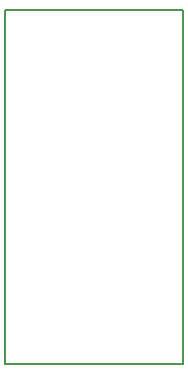
<source format=gbr>
%TF.GenerationSoftware,KiCad,Pcbnew,(5.0.0)*%
%TF.CreationDate,2018-12-15T00:02:50+01:00*%
%TF.ProjectId,addressable_led_board_V1.0,6164647265737361626C655F6C65645F,rev?*%
%TF.SameCoordinates,Original*%
%TF.FileFunction,Profile,NP*%
%FSLAX46Y46*%
G04 Gerber Fmt 4.6, Leading zero omitted, Abs format (unit mm)*
G04 Created by KiCad (PCBNEW (5.0.0)) date 12/15/18 00:02:50*
%MOMM*%
%LPD*%
G01*
G04 APERTURE LIST*
%ADD10C,0.150000*%
G04 APERTURE END LIST*
D10*
X15000000Y-45000000D02*
X15000000Y-15000000D01*
X30000000Y-45000000D02*
X15000000Y-45000000D01*
X30000000Y-15000000D02*
X30000000Y-45000000D01*
X15000000Y-15000000D02*
X30000000Y-15000000D01*
M02*

</source>
